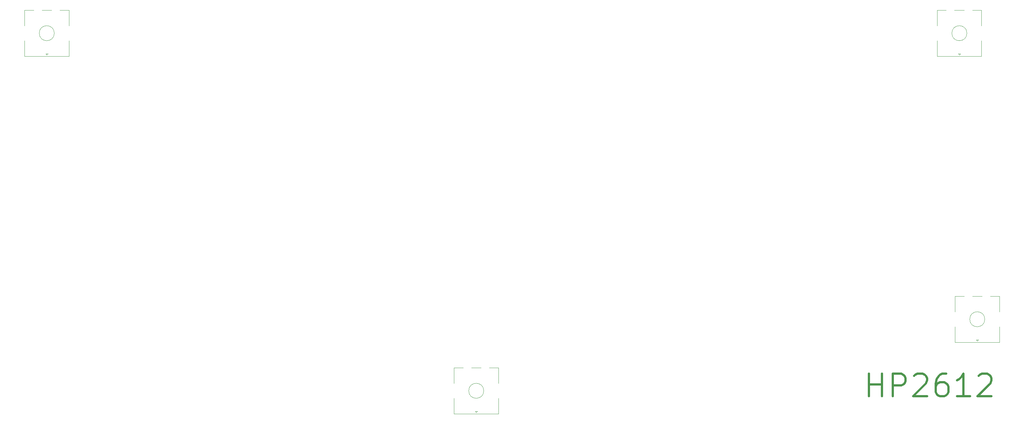
<source format=gbr>
%TF.GenerationSoftware,KiCad,Pcbnew,(7.0.0)*%
%TF.CreationDate,2024-01-04T19:15:55+01:00*%
%TF.ProjectId,HP 2621,48502032-3632-4312-9e6b-696361645f70,rev?*%
%TF.SameCoordinates,Original*%
%TF.FileFunction,Legend,Top*%
%TF.FilePolarity,Positive*%
%FSLAX46Y46*%
G04 Gerber Fmt 4.6, Leading zero omitted, Abs format (unit mm)*
G04 Created by KiCad (PCBNEW (7.0.0)) date 2024-01-04 19:15:55*
%MOMM*%
%LPD*%
G01*
G04 APERTURE LIST*
%ADD10C,0.600000*%
%ADD11C,0.120000*%
G04 APERTURE END LIST*
D10*
X254525892Y-122060535D02*
X254525892Y-116060535D01*
X254525892Y-118917678D02*
X257954463Y-118917678D01*
X257954463Y-122060535D02*
X257954463Y-116060535D01*
X260811606Y-122060535D02*
X260811606Y-116060535D01*
X260811606Y-116060535D02*
X263097320Y-116060535D01*
X263097320Y-116060535D02*
X263668749Y-116346250D01*
X263668749Y-116346250D02*
X263954463Y-116631964D01*
X263954463Y-116631964D02*
X264240177Y-117203392D01*
X264240177Y-117203392D02*
X264240177Y-118060535D01*
X264240177Y-118060535D02*
X263954463Y-118631964D01*
X263954463Y-118631964D02*
X263668749Y-118917678D01*
X263668749Y-118917678D02*
X263097320Y-119203392D01*
X263097320Y-119203392D02*
X260811606Y-119203392D01*
X266525892Y-116631964D02*
X266811606Y-116346250D01*
X266811606Y-116346250D02*
X267383035Y-116060535D01*
X267383035Y-116060535D02*
X268811606Y-116060535D01*
X268811606Y-116060535D02*
X269383035Y-116346250D01*
X269383035Y-116346250D02*
X269668749Y-116631964D01*
X269668749Y-116631964D02*
X269954463Y-117203392D01*
X269954463Y-117203392D02*
X269954463Y-117774821D01*
X269954463Y-117774821D02*
X269668749Y-118631964D01*
X269668749Y-118631964D02*
X266240177Y-122060535D01*
X266240177Y-122060535D02*
X269954463Y-122060535D01*
X275097321Y-116060535D02*
X273954463Y-116060535D01*
X273954463Y-116060535D02*
X273383035Y-116346250D01*
X273383035Y-116346250D02*
X273097321Y-116631964D01*
X273097321Y-116631964D02*
X272525892Y-117489107D01*
X272525892Y-117489107D02*
X272240178Y-118631964D01*
X272240178Y-118631964D02*
X272240178Y-120917678D01*
X272240178Y-120917678D02*
X272525892Y-121489107D01*
X272525892Y-121489107D02*
X272811606Y-121774821D01*
X272811606Y-121774821D02*
X273383035Y-122060535D01*
X273383035Y-122060535D02*
X274525892Y-122060535D01*
X274525892Y-122060535D02*
X275097321Y-121774821D01*
X275097321Y-121774821D02*
X275383035Y-121489107D01*
X275383035Y-121489107D02*
X275668749Y-120917678D01*
X275668749Y-120917678D02*
X275668749Y-119489107D01*
X275668749Y-119489107D02*
X275383035Y-118917678D01*
X275383035Y-118917678D02*
X275097321Y-118631964D01*
X275097321Y-118631964D02*
X274525892Y-118346250D01*
X274525892Y-118346250D02*
X273383035Y-118346250D01*
X273383035Y-118346250D02*
X272811606Y-118631964D01*
X272811606Y-118631964D02*
X272525892Y-118917678D01*
X272525892Y-118917678D02*
X272240178Y-119489107D01*
X281383035Y-122060535D02*
X277954464Y-122060535D01*
X279668749Y-122060535D02*
X279668749Y-116060535D01*
X279668749Y-116060535D02*
X279097321Y-116917678D01*
X279097321Y-116917678D02*
X278525892Y-117489107D01*
X278525892Y-117489107D02*
X277954464Y-117774821D01*
X283668750Y-116631964D02*
X283954464Y-116346250D01*
X283954464Y-116346250D02*
X284525893Y-116060535D01*
X284525893Y-116060535D02*
X285954464Y-116060535D01*
X285954464Y-116060535D02*
X286525893Y-116346250D01*
X286525893Y-116346250D02*
X286811607Y-116631964D01*
X286811607Y-116631964D02*
X287097321Y-117203392D01*
X287097321Y-117203392D02*
X287097321Y-117774821D01*
X287097321Y-117774821D02*
X286811607Y-118631964D01*
X286811607Y-118631964D02*
X283383035Y-122060535D01*
X283383035Y-122060535D02*
X287097321Y-122060535D01*
D11*
%TO.C,SW4*%
X144118750Y-114550000D02*
X146518750Y-114550000D01*
X144118750Y-118650000D02*
X144118750Y-114550000D01*
X144118750Y-122650000D02*
X144118750Y-126750000D01*
X144118750Y-126750000D02*
X155918750Y-126750000D01*
X148718750Y-114550000D02*
X151318750Y-114550000D01*
X149718750Y-126150000D02*
X150318750Y-126150000D01*
X150018750Y-126450000D02*
X149718750Y-126150000D01*
X150318750Y-126150000D02*
X150018750Y-126450000D01*
X153518750Y-114550000D02*
X155918750Y-114550000D01*
X155918750Y-114550000D02*
X155918750Y-118650000D01*
X155918750Y-122650000D02*
X155918750Y-126750000D01*
X152018750Y-120650000D02*
G75*
G03*
X152018750Y-120650000I-2000000J0D01*
G01*
%TO.C,SW3*%
X277468750Y-95500000D02*
X279868750Y-95500000D01*
X277468750Y-99600000D02*
X277468750Y-95500000D01*
X277468750Y-103600000D02*
X277468750Y-107700000D01*
X277468750Y-107700000D02*
X289268750Y-107700000D01*
X282068750Y-95500000D02*
X284668750Y-95500000D01*
X283068750Y-107100000D02*
X283668750Y-107100000D01*
X283368750Y-107400000D02*
X283068750Y-107100000D01*
X283668750Y-107100000D02*
X283368750Y-107400000D01*
X286868750Y-95500000D02*
X289268750Y-95500000D01*
X289268750Y-95500000D02*
X289268750Y-99600000D01*
X289268750Y-103600000D02*
X289268750Y-107700000D01*
X285368750Y-101600000D02*
G75*
G03*
X285368750Y-101600000I-2000000J0D01*
G01*
%TO.C,SW2*%
X272706250Y-19300000D02*
X275106250Y-19300000D01*
X272706250Y-23400000D02*
X272706250Y-19300000D01*
X272706250Y-27400000D02*
X272706250Y-31500000D01*
X272706250Y-31500000D02*
X284506250Y-31500000D01*
X277306250Y-19300000D02*
X279906250Y-19300000D01*
X278306250Y-30900000D02*
X278906250Y-30900000D01*
X278606250Y-31200000D02*
X278306250Y-30900000D01*
X278906250Y-30900000D02*
X278606250Y-31200000D01*
X282106250Y-19300000D02*
X284506250Y-19300000D01*
X284506250Y-19300000D02*
X284506250Y-23400000D01*
X284506250Y-27400000D02*
X284506250Y-31500000D01*
X280606250Y-25400000D02*
G75*
G03*
X280606250Y-25400000I-2000000J0D01*
G01*
%TO.C,SW1*%
X29818750Y-19300000D02*
X32218750Y-19300000D01*
X29818750Y-23400000D02*
X29818750Y-19300000D01*
X29818750Y-27400000D02*
X29818750Y-31500000D01*
X29818750Y-31500000D02*
X41618750Y-31500000D01*
X34418750Y-19300000D02*
X37018750Y-19300000D01*
X35418750Y-30900000D02*
X36018750Y-30900000D01*
X35718750Y-31200000D02*
X35418750Y-30900000D01*
X36018750Y-30900000D02*
X35718750Y-31200000D01*
X39218750Y-19300000D02*
X41618750Y-19300000D01*
X41618750Y-19300000D02*
X41618750Y-23400000D01*
X41618750Y-27400000D02*
X41618750Y-31500000D01*
X37718750Y-25400000D02*
G75*
G03*
X37718750Y-25400000I-2000000J0D01*
G01*
%TD*%
M02*

</source>
